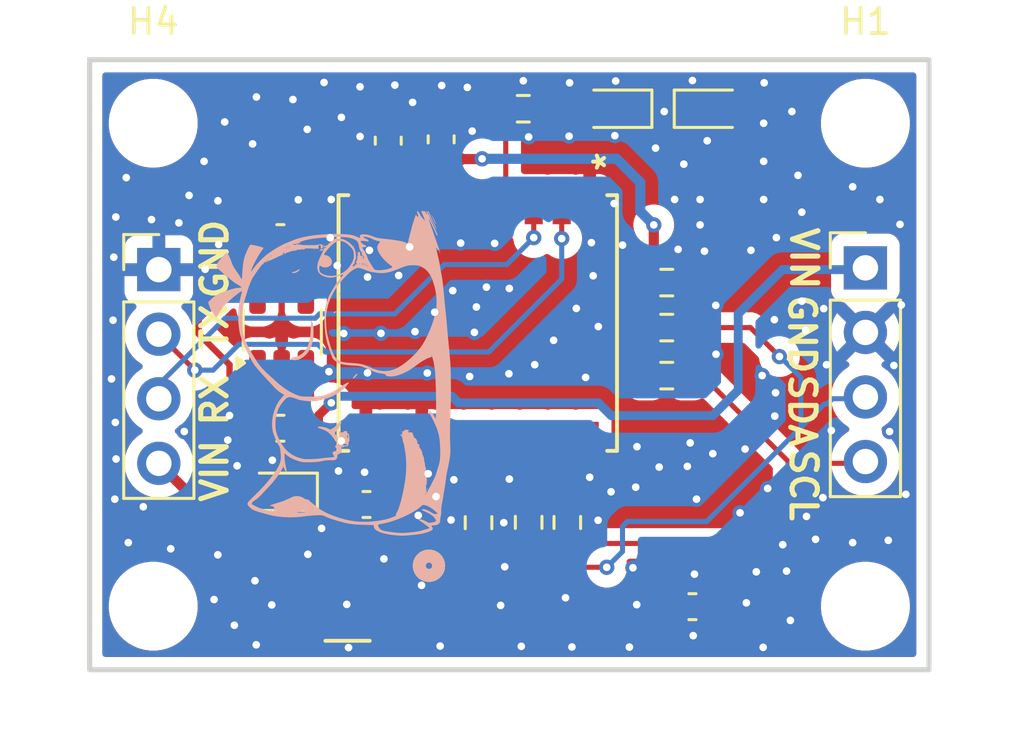
<source format=kicad_pcb>
(kicad_pcb (version 20241229) (generator "pcbnew") (generator_version "9.0")
  (layers (0 "F.Cu" signal) (4 "In1.Cu" signal) (6 "In2.Cu" signal) (8 "In3.Cu" signal) (10 "In4.Cu" signal) (12 "In5.Cu" signal) (14 "In6.Cu" signal) (2 "B.Cu" signal) (13 "F.Paste" user) (15 "B.Paste" user) (5 "F.SilkS" user "F.Silkscreen") (7 "B.SilkS" user "B.Silkscreen") (1 "F.Mask" user) (3 "B.Mask" user) (25 "Edge.Cuts" user))
  (net 0 "")
  (net 1 "Net-(C1-Pad2)")
  (net 2 "GND")
  (net 3 "+3V3")
  (net 4 "Net-(D2-A)")
  (net 5 "Net-(D3-A)")
  (net 6 "Net-(J1-SIGNAL)")
  (net 7 "RX")
  (net 8 "TX")
  (net 9 "SDA")
  (net 10 "SCL")
  (net 11 "Net-(U1-SCL)")
  (net 12 "Net-(U1-VCC_RF)")
  (net 13 "Net-(U1-SDA)")
  (net 14 "TPS")
  (net 21 "Net-(U1-RF_IN)")
  (net 22 "V_IN")
  (footprint "LED_SMD:LED_0603_1608Metric" (layer "F.Cu") (at 120.62 101.93 180)
    (property "Reference" "D2" (hide yes))
    (property "Value" "LED")
    (pad "1" smd roundrect (at -0.7875 0 180) (size 0.875 0.95) (layers "F.Cu" "F.Mask" "F.Paste") (net 2 "GND"))
    (pad "2" smd roundrect (at 0.7875 0 180) (size 0.875 0.95) (layers "F.Cu" "F.Mask" "F.Paste") (net 4 "Net-(D2-A)"))
  )
  (footprint "Inductor_SMD:L_0402_1005Metric" (layer "F.Cu") (at 114.55 121.54 180)
    (property "Reference" "LQG15HS4N1" (hide yes))
    (property "Value" "4.3nH")
    (pad "1" smd roundrect (at -0.485 0 180) (size 0.59 0.64) (layers "F.Cu" "F.Mask" "F.Paste") (net 1 "Net-(C1-Pad2)"))
    (pad "2" smd roundrect (at 0.485 0 180) (size 0.59 0.64) (layers "F.Cu" "F.Mask" "F.Paste") (net 6 "Net-(J1-SIGNAL)"))
  )
  (footprint "Capacitor_SMD:C_0603_1608Metric" (layer "F.Cu") (at 123.7 121.52 180)
    (property "Reference" "C1")
    (property "Value" "10nF")
    (pad "1" smd roundrect (at -0.775 0 180) (size 0.9 0.95) (layers "F.Cu" "F.Mask" "F.Paste") (net 2 "GND"))
    (pad "2" smd roundrect (at 0.775 0 180) (size 0.9 0.95) (layers "F.Cu" "F.Mask" "F.Paste") (net 1 "Net-(C1-Pad2)"))
  )
  (footprint "MountingHole:MountingHole_3mm" (layer "F.Cu") (at 102.5 102.5)
    (property "Reference" "H4" (at 0 -4 0) (layer "F.SilkS"))
    (property "Value" "MountingHole")
    (pad "" np_thru_hole circle (at 0 0) (size 3 3) (drill 3) (layers "*.Cu" "*.Mask"))
  )
  (footprint "Capacitor_SMD:C_0603_1608Metric" (layer "F.Cu") (at 110.885 117.5)
    (property "Reference" "C4")
    (property "Value" "47pF")
    (pad "1" smd roundrect (at -0.775 0) (size 0.9 0.95) (layers "F.Cu" "F.Mask" "F.Paste") (net 6 "Net-(J1-SIGNAL)"))
    (pad "2" smd roundrect (at 0.775 0) (size 0.9 0.95) (layers "F.Cu" "F.Mask" "F.Paste") (net 21 "Net-(U1-RF_IN)"))
  )
  (footprint "Capacitor_SMD:C_0603_1608Metric" (layer "F.Cu") (at 107.5 114.5)
    (property "Reference" "C5" (hide yes))
    (property "Value" "1μF")
    (pad "1" smd roundrect (at -0.775 0) (size 0.9 0.95) (layers "F.Cu" "F.Mask" "F.Paste") (net 2 "GND"))
    (pad "2" smd roundrect (at 0.775 0) (size 0.9 0.95) (layers "F.Cu" "F.Mask" "F.Paste") (net 22 "V_IN"))
  )
  (footprint "LED_SMD:LED_0603_1608Metric" (layer "F.Cu") (at 124.47 101.93)
    (property "Reference" "D3" (hide yes))
    (property "Value" "LED")
    (pad "1" smd roundrect (at -0.7875 0) (size 0.875 0.95) (layers "F.Cu" "F.Mask" "F.Paste") (net 2 "GND"))
    (pad "2" smd roundrect (at 0.7875 0) (size 0.875 0.95) (layers "F.Cu" "F.Mask" "F.Paste") (net 5 "Net-(D3-A)"))
  )
  (footprint "Resistor_SMD:R_0603_1608Metric" (layer "F.Cu") (at 122.69 112.43)
    (property "Reference" "R5")
    (property "Value" "2.2k")
    (pad "1" smd roundrect (at -0.825 0) (size 0.8 0.95) (layers "F.Cu" "F.Mask" "F.Paste") (net 3 "+3V3"))
    (pad "2" smd roundrect (at 0.825 0) (size 0.8 0.95) (layers "F.Cu" "F.Mask" "F.Paste") (net 10 "SCL"))
  )
  (footprint "MountingHole:MountingHole_3mm" (layer "F.Cu") (at 130.5 121.5)
    (property "Reference" "H2" (hide yes))
    (property "Value" "MountingHole")
    (pad "" np_thru_hole circle (at 0 0) (size 3 3) (drill 3) (layers "*.Cu" "*.Mask"))
  )
  (footprint "Resistor_SMD:R_0603_1608Metric" (layer "F.Cu") (at 122.69 110.54)
    (property "Reference" "R10")
    (property "Value" "2.2k")
    (pad "1" smd roundrect (at -0.825 0) (size 0.8 0.95) (layers "F.Cu" "F.Mask" "F.Paste") (net 3 "+3V3"))
    (pad "2" smd roundrect (at 0.825 0) (size 0.8 0.95) (layers "F.Cu" "F.Mask" "F.Paste") (net 9 "SDA"))
  )
  (footprint "Resistor_SMD:R_0603_1608Metric" (layer "F.Cu") (at 115.29 118.215 -90)
    (property "Reference" "R3")
    (property "Value" "10")
    (pad "1" smd roundrect (at -0.825 0 270) (size 0.8 0.95) (layers "F.Cu" "F.Mask" "F.Paste") (net 12 "Net-(U1-VCC_RF)"))
    (pad "2" smd roundrect (at 0.825 0 270) (size 0.8 0.95) (layers "F.Cu" "F.Mask" "F.Paste") (net 1 "Net-(C1-Pad2)"))
  )
  (footprint "Resistor_SMD:R_0603_1608Metric" (layer "F.Cu") (at 117.26 118.2028 90)
    (property "Reference" "R4")
    (property "Value" "33")
    (pad "1" smd roundrect (at -0.825 0 90) (size 0.8 0.95) (layers "F.Cu" "F.Mask" "F.Paste") (net 9 "SDA"))
    (pad "2" smd roundrect (at 0.825 0 90) (size 0.8 0.95) (layers "F.Cu" "F.Mask" "F.Paste") (net 13 "Net-(U1-SDA)"))
  )
  (footprint "MountingHole:MountingHole_3mm" (layer "F.Cu") (at 102.5 121.5)
    (property "Reference" "H3" (hide yes))
    (property "Value" "MountingHole")
    (pad "" np_thru_hole circle (at 0 0) (size 3 3) (drill 3) (layers "*.Cu" "*.Mask"))
  )
  (footprint "Connector_PinHeader_2.54mm:PinHeader_1x04_P2.54mm_Vertical" (layer "F.Cu") (at 102.72 108.26)
    (property "Reference" "J2")
    (property "Value" "Conn_01x04_Pin")
    (pad "1" thru_hole rect (at 0 0) (size 1.7 1.7) (drill 1) (layers "*.Cu" "*.Mask") (net 2 "GND"))
    (pad "2" thru_hole circle (at 0 2.54) (size 1.7 1.7) (drill 1) (layers "*.Cu" "*.Mask") (net 8 "TX"))
    (pad "3" thru_hole circle (at 0 5.08) (size 1.7 1.7) (drill 1) (layers "*.Cu" "*.Mask") (net 7 "RX"))
    (pad "4" thru_hole circle (at 0 7.62) (size 1.7 1.7) (drill 1) (layers "*.Cu" "*.Mask") (net 22 "V_IN"))
  )
  (footprint "Resistor_SMD:R_0603_1608Metric" (layer "F.Cu") (at 118.78 118.2078 90)
    (property "Reference" "R2")
    (property "Value" "33")
    (pad "1" smd roundrect (at -0.825 0 90) (size 0.8 0.95) (layers "F.Cu" "F.Mask" "F.Paste") (net 10 "SCL"))
    (pad "2" smd roundrect (at 0.825 0 90) (size 0.8 0.95) (layers "F.Cu" "F.Mask" "F.Paste") (net 11 "Net-(U1-SCL)"))
  )
  (footprint "Resistor_SMD:R_0603_1608Metric" (layer "F.Cu") (at 117.05 101.93)
    (property "Reference" "R8")
    (property "Value" "1k")
    (pad "1" smd roundrect (at -0.825 0) (size 0.8 0.95) (layers "F.Cu" "F.Mask" "F.Paste") (net 14 "TPS"))
    (pad "2" smd roundrect (at 0.825 0) (size 0.8 0.95) (layers "F.Cu" "F.Mask" "F.Paste") (net 4 "Net-(D2-A)"))
  )
  (footprint "Connector_PinHeader_2.54mm:PinHeader_1x04_P2.54mm_Vertical" (layer "F.Cu") (at 130.5 108.19)
    (property "Reference" "J3")
    (property "Value" "Conn_01x04_Pin")
    (pad "1" thru_hole rect (at 0 0) (size 1.7 1.7) (drill 1) (layers "*.Cu" "*.Mask") (net 22 "V_IN"))
    (pad "2" thru_hole circle (at 0 2.54) (size 1.7 1.7) (drill 1) (layers "*.Cu" "*.Mask") (net 2 "GND"))
    (pad "3" thru_hole circle (at 0 5.08) (size 1.7 1.7) (drill 1) (layers "*.Cu" "*.Mask") (net 9 "SDA"))
    (pad "4" thru_hole circle (at 0 7.62) (size 1.7 1.7) (drill 1) (layers "*.Cu" "*.Mask") (net 10 "SCL"))
  )
  (footprint "footprints:SMT_M10S-0_UBL" (layer "F.Cu") (at 115.26 110.36 90)
    (property "Reference" "U1")
    (property "Value" "MAX-M10S-0")
    (fp_text user "*" (at 6.35 5.08 90) (layer "F.SilkS"))
    (fp_text user "*" (at 6.35 5.08 90) (layer "F.SilkS"))
    (pad "1" smd rect (at 4.6228 4.400001 90) (size 1.4732 0.7112) (layers "F.Cu" "F.Mask" "F.Paste") (net 2 "GND"))
    (pad "2" smd rect (at 4.6228 3.300001 90) (size 1.4732 0.7112) (layers "F.Cu" "F.Mask" "F.Paste") (net 8 "TX"))
    (pad "3" smd rect (at 4.6228 2.200001 90) (size 1.4732 0.7112) (layers "F.Cu" "F.Mask" "F.Paste") (net 7 "RX"))
    (pad "4" smd rect (at 4.6228 1.1 90) (size 1.4732 0.7112) (layers "F.Cu" "F.Mask" "F.Paste") (net 14 "TPS"))
    (pad "5" smd rect (at 4.6228 0 90) (size 1.4732 0.7112) (layers "F.Cu" "F.Mask" "F.Paste"))
    (pad "6" smd rect (at 4.6228 -1.1 90) (size 1.4732 0.7112) (layers "F.Cu" "F.Mask" "F.Paste"))
    (pad "7" smd rect (at 4.6228 -2.200001 90) (size 1.4732 0.7112) (layers "F.Cu" "F.Mask" "F.Paste") (net 3 "+3V3"))
    (pad "8" smd rect (at 4.6228 -3.299998 90) (size 1.4732 0.7112) (layers "F.Cu" "F.Mask" "F.Paste") (net 3 "+3V3"))
    (pad "9" smd rect (at 4.6228 -4.399999 90) (size 1.4732 0.7112) (layers "F.Cu" "F.Mask" "F.Paste"))
    (pad "10" smd rect (at -4.6228 -4.400001 90) (size 1.4732 0.7112) (layers "F.Cu" "F.Mask" "F.Paste") (net 2 "GND"))
    (pad "11" smd rect (at -4.6228 -3.300001 90) (size 1.4732 0.7112) (layers "F.Cu" "F.Mask" "F.Paste") (net 21 "Net-(U1-RF_IN)"))
    (pad "12" smd rect (at -4.6228 -2.200001 90) (size 1.4732 0.7112) (layers "F.Cu" "F.Mask" "F.Paste") (net 2 "GND"))
    (pad "13" smd rect (at -4.6228 -1.1 90) (size 1.4732 0.7112) (layers "F.Cu" "F.Mask" "F.Paste"))
    (pad "14" smd rect (at -4.6228 0 90) (size 1.4732 0.7112) (layers "F.Cu" "F.Mask" "F.Paste") (net 12 "Net-(U1-VCC_RF)"))
    (pad "15" smd rect (at -4.6228 1.1 90) (size 1.4732 0.7112) (layers "F.Cu" "F.Mask" "F.Paste"))
    (pad "16" smd rect (at -4.6228 2.200001 90) (size 1.4732 0.7112) (layers "F.Cu" "F.Mask" "F.Paste") (net 13 "Net-(U1-SDA)"))
    (pad "17" smd rect (at -4.6228 3.299998 90) (size 1.4732 0.7112) (layers "F.Cu" "F.Mask" "F.Paste") (net 11 "Net-(U1-SCL)"))
    (pad "18" smd rect (at -4.6228 4.399999 90) (size 1.4732 0.7112) (layers "F.Cu" "F.Mask" "F.Paste"))
  )
  (footprint "Resistor_SMD:R_0603_1608Metric" (layer "F.Cu") (at 122.69 108.77)
    (property "Reference" "R9")
    (property "Value" "1k")
    (pad "1" smd roundrect (at -0.825 0) (size 0.8 0.95) (layers "F.Cu" "F.Mask" "F.Paste") (net 3 "+3V3"))
    (pad "2" smd roundrect (at 0.825 0) (size 0.8 0.95) (layers "F.Cu" "F.Mask" "F.Paste") (net 5 "Net-(D3-A)"))
  )
  (footprint "Package_TO_SOT_SMD:TSOT-23-5_HandSoldering" (layer "F.Cu") (at 107.55 110.71 90)
    (property "Reference" "U4" (hide yes))
    (property "Value" "NCV8114BSN150T1G")
    (pad "1" smd roundrect (at -1.71 -0.95 90) (size 2 0.65) (layers "F.Cu" "F.Mask" "F.Paste") (net 22 "V_IN"))
    (pad "2" smd roundrect (at -1.71 0 90) (size 2 0.65) (layers "F.Cu" "F.Mask" "F.Paste") (net 2 "GND"))
    (pad "3" smd roundrect (at -1.71 0.95 90) (size 2 0.65) (layers "F.Cu" "F.Mask" "F.Paste") (net 22 "V_IN"))
    (pad "4" smd roundrect (at 1.71 0.95 90) (size 2 0.65) (layers "F.Cu" "F.Mask" "F.Paste"))
    (pad "5" smd roundrect (at 1.71 -0.95 90) (size 2 0.65) (layers "F.Cu" "F.Mask" "F.Paste") (net 3 "+3V3"))
  )
  (footprint "U_FL_R_SMT_1_01_:COAX2_U.FL-R-SMT-101_HIR" (layer "F.Cu") (at 110.14 121.439601 180)
    (property "Reference" "J1" (hide yes))
    (property "Value" "U.FL-R-SMT-101")
    (pad "1" smd rect (at 0 1.529601 180) (size 0.9906 1.0414) (layers "F.Cu" "F.Mask" "F.Paste") (net 6 "Net-(J1-SIGNAL)"))
    (pad "2" smd rect (at -1.475001 0.0046 180) (size 1.0414 2.2098) (layers "F.Cu" "F.Mask" "F.Paste") (net 2 "GND"))
    (pad "3" smd rect (at 1.475001 0.0046 180) (size 1.0414 2.2098) (layers "F.Cu" "F.Mask" "F.Paste") (net 2 "GND"))
  )
  (footprint "Capacitor_SMD:C_0603_1608Metric" (layer "F.Cu") (at 111.74 103.1878 -90)
    (property "Reference" "C2" (hide yes))
    (property "Value" "0.1μF")
    (pad "1" smd roundrect (at -0.775 0 270) (size 0.9 0.95) (layers "F.Cu" "F.Mask" "F.Paste") (net 2 "GND"))
    (pad "2" smd roundrect (at 0.775 0 270) (size 0.9 0.95) (layers "F.Cu" "F.Mask" "F.Paste") (net 3 "+3V3"))
  )
  (footprint "Capacitor_SMD:C_0603_1608Metric" (layer "F.Cu") (at 113.82 103.135 -90)
    (property "Reference" "C3" (hide yes))
    (property "Value" "0.1μF")
    (pad "1" smd roundrect (at -0.775 0 270) (size 0.9 0.95) (layers "F.Cu" "F.Mask" "F.Paste") (net 2 "GND"))
    (pad "2" smd roundrect (at 0.775 0 270) (size 0.9 0.95) (layers "F.Cu" "F.Mask" "F.Paste") (net 3 "+3V3"))
  )
  (footprint "Diode_SMD:D_0603_1608Metric" (layer "F.Cu") (at 107.469547 117 180)
    (property "Reference" "D4")
    (property "Value" "cgrm-400-g")
    (pad "1" smd roundrect (at -0.7875 0 180) (size 0.875 0.95) (layers "F.Cu" "F.Mask" "F.Paste") (net 22 "V_IN"))
    (pad "2" smd roundrect (at 0.7875 0 180) (size 0.875 0.95) (layers "F.Cu" "F.Mask" "F.Paste") (net 3 "+3V3"))
  )
  (footprint "Capacitor_SMD:C_0603_1608Metric" (layer "F.Cu") (at 107.5 107 180)
    (property "Reference" "C6" (hide yes))
    (property "Value" "1μF")
    (pad "1" smd roundrect (at -0.775 0 180) (size 0.9 0.95) (layers "F.Cu" "F.Mask" "F.Paste") (net 2 "GND"))
    (pad "2" smd roundrect (at 0.775 0 180) (size 0.9 0.95) (layers "F.Cu" "F.Mask" "F.Paste") (net 3 "+3V3"))
  )
  (footprint "MountingHole:MountingHole_3mm" (layer "F.Cu") (at 130.5 102.5)
    (property "Reference" "H1" (at 0 -4 0) (layer "F.SilkS"))
    (property "Value" "MountingHole")
    (pad "" np_thru_hole circle (at 0 0) (size 3 3) (drill 3) (layers "*.Cu" "*.Mask"))
  )
  (footprint "kodakku_pic:kodakku_ura" (layer "B.Cu") (at 109 112.5 -90)
    (property "Reference" "G***" (hide yes))
    (property "Value" "LOGO" (hide yes))
  )
  (gr_rect (start 100 100) (end 133 124) (stroke (width 0.2)) (fill no) (layer "Edge.Cuts"))
  (gr_text "SCL" (at 127.48 115.23 270) (layer "F.SilkS") (effects (font (size 1 1) (thickness 0.2) (bold yes)) (justify left bottom)))
  (gr_text "SDA" (at 127.43 112.28 270) (layer "F.SilkS") (effects (font (size 1 1) (thickness 0.2) (bold yes)) (justify left bottom)))
  (gr_text "GND" (at 105.5 109.5 90) (layer "F.SilkS") (effects (font (size 1 1) (thickness 0.2) (bold yes)) (justify left bottom)))
  (gr_text "GND" (at 127.42 109.14 -90) (layer "F.SilkS") (effects (font (size 1 1) (thickness 0.2) (bold yes)) (justify left bottom)))
  (gr_text "RX\n" (at 105.5 114.5 90) (layer "F.SilkS") (effects (font (size 1 1) (thickness 0.2) (bold yes)) (justify left bottom)))
  (gr_text "VIN" (at 105.5 117.5 90) (layer "F.SilkS") (effects (font (size 1 1) (thickness 0.2) (bold yes)) (justify left bottom)))
  (gr_text "TX" (at 105.5 111.5 90) (layer "F.SilkS") (effects (font (size 1 1) (thickness 0.2) (bold yes)) (justify left bottom)))
  (gr_text "VIN" (at 127.5 106.5 270) (layer "F.SilkS") (effects (font (size 1 1) (thickness 0.2) (bold yes)) (justify left bottom)))
  (segment (start 115.035 121.54) (end 115.635 122.14) (width 0.2) (layer "F.Cu") (net 1))
  (segment (start 115.635 122.14) (end 122.52 122.14) (width 0.2) (layer "F.Cu") (net 1))
  (segment (start 115.03 119.3) (end 115.03 121.535) (width 0.2) (layer "F.Cu") (net 1))
  (segment (start 122.52 122.14) (end 122.925 121.735) (width 0.2) (layer "F.Cu") (net 1))
  (segment (start 115.03 121.535) (end 115.035 121.54) (width 0.2) (layer "F.Cu") (net 1))
  (segment (start 122.925 121.735) (end 122.925 121.52) (width 0.2) (layer "F.Cu") (net 1))
  (segment (start 115.29 119.04) (end 115.03 119.3) (width 0.2) (layer "F.Cu") (net 1))
  (segment (start 107.5 111.5) (end 107.5 111) (width 0.2) (layer "F.Cu") (net 2))
  (segment (start 108.275 107.225) (end 107.5 108) (width 0.2) (layer "F.Cu") (net 2))
  (segment (start 107.55 112.42) (end 107.55 111.55) (width 0.2) (layer "F.Cu") (net 2))
  (segment (start 107.55 111.55) (end 107.5 111.5) (width 0.2) (layer "F.Cu") (net 2))
  (segment (start 108.275 107) (end 108.275 107.225) (width 0.2) (layer "F.Cu") (net 2))
  (via (at 106.5 120.5) (size 0.6) (drill 0.3) (layers "F.Cu" "B.Cu") (net 2))
  (via (at 123.5 116) (size 0.6) (drill 0.3) (layers "F.Cu" "B.Cu") (net 2))
  (via (at 123.78 120.24) (size 0.6) (drill 0.3) (layers "F.Cu" "B.Cu") (net 2))
  (via (at 112.791815 110.69842) (size 0.6) (drill 0.3) (layers "F.Cu" "B.Cu") (net 2))
  (via (at 126.21 120.15) (size 0.6) (drill 0.3) (layers "F.Cu" "B.Cu") (net 2))
  (via (at 119.797173 108.502057) (size 0.6) (drill 0.3) (layers "F.Cu" "B.Cu") (net 2))
  (via (at 116.97 123.08) (size 0.6) (drill 0.3) (layers "F.Cu" "B.Cu") (net 2))
  (via (at 131.45 114.63) (size 0.6) (drill 0.3) (layers "F.Cu" "B.Cu") (net 2))
  (via (at 109.409542 112.273274) (size 0.6) (drill 0.3) (layers "F.Cu" "B.Cu") (net 2))
  (via (at 132.09 117.1) (size 0.6) (drill 0.3) (layers "F.Cu" "B.Cu") (net 2))
  (via (at 100.92 110.25) (size 0.6) (drill 0.3) (layers "F.Cu" "B.Cu") (net 2))
  (via (at 103.91 105.34) (size 0.5) (drill 0.3) (layers "F.Cu" "B.Cu") (net 2))
  (via (at 105.31 102.45) (size 0.5) (drill 0.3) (layers "F.Cu" "B.Cu") (net 2))
  (via (at 127 107) (size 0.6) (drill 0.3) (layers "F.Cu" "B.Cu") (net 2))
  (via (at 109.899012 102.2701) (size 0.6) (drill 0.3) (layers "F.Cu" "B.Cu") (net 2))
  (via (at 121.518921 115.226304) (size 0.6) (drill 0.3) (layers "F.Cu" "B.Cu") (net 2))
  (via (at 120.68 100.84) (size 0.6) (drill 0.3) (layers "F.Cu" "B.Cu") (net 2))
  (via (at 126.5 104) (size 0.6) (drill 0.3) (layers "F.Cu" "B.Cu") (net 2))
  (via (at 117.26 103.04) (size 0.6) (drill 0.3) (layers "F.Cu" "B.Cu") (net 2))
  (via (at 110.81 116.23) (size 0.6) (drill 0.3) (layers "F.Cu" "B.Cu") (net 2))
  (via (at 120.65 102.99) (size 0.6) (drill 0.3) (layers "F.Cu" "B.Cu") (net 2))
  (via (at 117.05 100.83) (size 0.6) (drill 0.3) (layers "F.Cu" "B.Cu") (net 2))
  (via (at 128.155343 110.651537) (size 0.6) (drill 0.3) (layers "F.Cu" "B.Cu") (net 2))
  (via (at 116.484102 112.355746) (size 0.6) (drill 0.3) (layers "F.Cu" "B.Cu") (net 2))
  (via (at 123.86 117.29) (size 0.6) (drill 0.3) (layers "F.Cu" "B.Cu") (net 2))
  (via (at 116.5 109) (size 0.6) (drill 0.3) (layers "F.Cu" "B.Cu") (net 2))
  (via (at 109.12 118.44) (size 0.6) (drill 0.3) (layers "F.Cu" "B.Cu") (net 2))
  (via (at 116.282393 118.214634) (size 0.6) (drill 0.3) (layers "F.Cu" "B.Cu") (net 2))
  (via (at 126.936408 114.022418) (size 0.6) (drill 0.3) (layers "F.Cu" "B.Cu") (net 2))
  (via (at 124.626423 111.586895) (size 0.6) (drill 0.3) (layers "F.Cu" "B.Cu") (net 2))
  (via (at 104.89279 121.240255) (size 0.6) (drill 0.3) (layers "F.Cu" "B.Cu") (net 2))
  (via (at 115.922365 107.22658) (size 0.6) (drill 0.3) (layers "F.Cu" "B.Cu") (net 2))
  (via (at 113.78 123.07) (size 0.6) (drill 0.3) (layers "F.Cu" "B.Cu") (net 2))
  (via (at 115.12653 110.727282) (size 0.6) (drill 0.3) (layers "F.Cu" "B.Cu") (net 2))
  (via (at 124.5 115.5) (size 0.6) (drill 0.3) (layers "F.Cu" "B.Cu") (net 2))
  (via (at 122.25 103.48) (size 0.6) (drill 0.3) (layers "F.Cu" "B.Cu") (net 2))
  (via (at 126.658109 116.867561) (size 0.6) (drill 0.3) (layers "F.Cu" "B.Cu") (net 2))
  (via (at 101.44 104.64) (size 0.5) (drill 0.3) (layers "F.Cu" "B.Cu") (net 2))
  (via (at 118.87 100.91) (size 0.6) (drill 0.3) (layers "F.Cu" "B.Cu") (net 2))
  (via (at 111.57 119.64) (size 0.6) (drill 0.3) (layers "F.Cu" "B.Cu") (net 2))
  (via (at 121.36 119.99) (size 0.6) (drill 0.3) (layers "F.Cu" "B.Cu") (net 2))
  (via (at 115.600859 108.948549) (size 0.6) (drill 0.3) (layers "F.Cu" "B.Cu") (net 2))
  (via (at 124.616541 109.665982) (size 0.6) (drill 0.3) (layers "F.Cu" "B.Cu") (net 2))
  (via (at 120 110.5) (size 0.6) (drill 0.3) (layers "F.Cu" "B.Cu") (net 2))
  (via (at 113.841739 101.016052) (size 0.6) (drill 0.3) (layers "F.Cu" "B.Cu") (net 2))
  (via (at 104.5 104) (size 0.6) (drill 0.3) (layers "F.Cu" "B.Cu") (net 2))
  (via (at 112.581581 107.367033) (size 0.6) (drill 0.3) (layers "F.Cu" "B.Cu") (net 2))
  (via (at 127.85 104.55) (size 0.5) (drill 0.3) (layers "F.Cu" "B.Cu") (net 2))
  (via (at 111.453739 110.765763) (size 0.6) (drill 0.3) (layers "F.Cu" "B.Cu") (net 2))
  (via (at 116.32 119.95) (size 0.6) (drill 0.3) (layers "F.Cu" "B.Cu") (net 2))
  (via (at 121.22 123.11) (size 0.6) (drill 0.3) (layers "F.Cu" "B.Cu") (net 2))
  (via (at 113.619972 117.189688) (size 0.6) (drill 0.3) (layers "F.Cu" "B.Cu") (net 2))
  (via (at 104.54146 108.245005) (size 0.6) (drill 0.3) (layers "F.Cu" "B.Cu") (net 2))
  (via (at 100.86 112.56) (size 0.6) (drill 0.3) (layers "F.Cu" "B.Cu") (net 2))
  (via (at 114.941499 112.464849) (size 0.6) (drill 0.3) (layers "F.Cu" "B.Cu") (net 2))
  (via (at 107.183251 115.759259) (size 0.6) (drill 0.3) (layers "F.Cu" "B.Cu") (net 2))
  (via (at 108.554673 102.741622) (size 0.6) (drill 0.3) (layers "F.Cu" "B.Cu") (net 2))
  (via (at 109.894277 115.000344) (size 0.6) (drill 0.3) (layers "F.Cu" "B.Cu") (net 2))
  (via (at 110.926238 108.550854) (size 0.6) (drill 0.3) (layers "F.Cu" "B.Cu") (net 2))
  (via (at 117.5 112) (size 0.6) (drill 0.3) (layers "F.Cu" "B.Cu") (net 2))
  (via (at 113.275012 112.328034) (size 0.6) (drill 0.3) (layers "F.Cu" "B.Cu") (net 2))
  (via (at 123.610673 115.075818) (size 0.6) (drill 0.3) (layers "F.Cu" "B.Cu") (net 2))
  (via (at 124.171894 107.535296) (size 0.6) (drill 0.3) (layers "F.Cu" "B.Cu") (net 2))
  (via (at 128.83 117.23) (size 0.6) (drill 0.3) (layers "F.Cu" "B.Cu") (net 2))
  (via (at 106.55 123.02) (size 0.6) (drill 0.3) (layers "F.Cu" "B.Cu") (net 2))
  (via (at 128 109.5) (size 0.6) (drill 0.3) (layers "F.Cu" "B.Cu") (net 2))
  (via (at 120.5 117) (size 0.6) (drill 0.3) (layers "F.Cu" "B.Cu") (net 2))
  (via (at 108.203539 105.511042) (size 0.6) (drill 0.3) (layers "F.Cu" "B.Cu") (net 2))
  (via (at 123.73 122.66) (size 0.6) (drill 0.3) (layers "F.Cu" "B.Cu") (net 2))
  (via (at 127.250161 119.080988) (size 0.6) (drill 0.3) (layers "F.Cu" "B.Cu") (net 2))
  (via (at 110.631376 101.066214) (size 0.6) (drill 0.3) (layers "F.Cu" "B.Cu") (net 2))
  (via (at 126.439805 112.427269) (size 0.6) (drill 0.3) (layers "F.Cu" "B.Cu") (net 2))
  (via (at 115.04 102.81) (size 0.6) (drill 0.3) (layers "F.Cu" "B.Cu") (net 2))
  (via (at 119.99 118.12) (size 0.6) (drill 0.3) (layers "F.Cu" "B.Cu") (net 2))
  (via (at 130 119) (size 0.6) (drill 0.3) (layers "F.Cu" "B.Cu") (net 2))
  (via (at 126.966505 113.104455) (size 0.6) (drill 0.3) (layers "F.Cu" "B.Cu") (net 2))
  (via (at 110.631376 103.022529) (size 0.6) (drill 0.3) (layers "F.Cu" "B.Cu") (net 2))
  (via (at 128.54 118.87) (size 0.5) (drill 0.3) (layers "F.Cu" "B.Cu") (net 2))
  (via (at 113.31 116.29) (size 0.6) (drill 0.3) (layers "F.Cu" "B.Cu") (net 2))
  (via (at 121.47 116.82) (size 0.6) (drill 0.3) (layers "F.Cu" "B.Cu") (net 2))
  (via (at 126.5 102.5) (size 0.6) (drill 0.3) (layers "F.Cu" "B.Cu") (net 2))
  (via (at 115.205585 109.729215) (size 0.6) (drill 0.3) (layers "F.Cu" "B.Cu") (net 2))
  (via (at 105.04 119.48) (size 0.5) (drill 0.3) (layers "F.Cu" "B.Cu") (net 2))
  (via (at 120.62043 105.65924) (size 0.6) (drill 0.3) (layers "F.Cu" "B.Cu") (net 2))
  (via (at 122.391738 116.029055) (size 0.6) (drill 0.3) (layers "F.Cu" "B.Cu") (net 2))
  (via (at 128.97 112) (size 0.6) (drill 0.3) (layers "F.Cu" "B.Cu") (net 2))
  (via (at 130 105) (size 0.6) (drill 0.3) (layers "F.Cu" "B.Cu") (net 2))
  (via (at 105.797954 115.975953) (size 0.6) (drill 0.3) (layers "F.Cu" "B.Cu") (net 2))
  (via (at 128 106) (size 0.6) (drill 0.3) (layers "F.Cu" "B.Cu") (net 2))
  (via (at 101.03 106.19) (size 0.6) (drill 0.3) (layers "F.Cu" "B.Cu") (net 2))
  (via (at 128.862626 109.793768) (size 0.6) (drill 0.3) (layers "F.Cu" "B.Cu") (net 2))
  (via (at 110.923132 112.321446) (size 0.6) (drill 0.3) (layers "F.Cu" "B.Cu") (net 2))
  (via (at 122.59 102.04) (size 0.6) (drill 0.3) (layers "F.Cu" "B.Cu") (net 2))
  (via (at 112 101) (size 0.6) (drill 0.3) (layers "F.Cu" "B.Cu") (net 2))
  (via (at 105.043338 105.551172) (size 0.6) (drill 0.3) (layers "F.Cu" "B.Cu") (net 2))
  (via (at 116.5 116.5) (size 0.6) (drill 0.3) (layers "F.Cu" "B.Cu") (net 2))
  (via (at 129.16 114.59) (size 0.6) (drill 0.3) (layers "F.Cu" "B.Cu") (net 2))
  (via (at 125.82 121.37) (size 0.6) (drill 0.3) (layers "F.Cu" "B.Cu") (net 2))
  (via (at 119.135035 109.786202) (size 0.6) (drill 0.3) (layers "F.Cu" "B.Cu") (net 2))
  (via (at 114.321584 116.527604) (size 0.6) (drill 0.3) (layers "F.Cu" "B.Cu") (net 2))
  (via (at 109.5 105.5) (size 0.6) (drill 0.3) (layers "F.Cu" "B.Cu") (net 2))
  (via (at 119.66 116.43) (size 0.6) (drill 0.3) (layers "F.Cu" "B.Cu") (net 2))
  (via (at 111 107.5) (size 0.6) (drill 0.3) (layers "F.Cu" "B.Cu") (net 2))
  (via (at 101.04 115.71) (size 0.6) (drill 0.3) (layers "F.Cu" "B.Cu") (net 2))
  (via (at 102.11 117.59) (size 0.5) (drill 0.3) (layers "F.Cu" "B.Cu") (net 2))
  (via (at 118.242153 111.04025) (size 0.6) (drill 0.3) (layers "F.Cu" "B.Cu") (net 2))
  (via (at 123.136304 107.46348) (size 0.6) (drill 0.3) (layers "F.Cu" "B.Cu") (net 2))
  (via (at 127.4 120.12) (size 0.5) (drill 0.3) (layers "F.Cu" "B.Cu") (net 2))
  (via (at 119.5 112.5) (size 0.6) (drill 0.3) (layers "F.Cu" "B.Cu") (net 2))
  (via (at 109.21681 100.895664) (size 0.6) (drill 0.3) (layers "F.Cu" "B.Cu") (net 2))
  (via (at 102.432223 106.290808) (size 0.6) (drill 0.3) (layers "F.Cu" "B.Cu") (net 2))
  (via (at 123 105.5) (size 0.6) (drill 0.3) (layers "F.Cu" "B.Cu") (net 2))
  (via (at 112.92 117.93) (size 0.6) (drill 0.3) (layers "F.Cu" "B.Cu") (net 2))
  (via (at 121.51 121.44) (size 0.6) (drill 0.3) (layers "F.Cu" "B.Cu") (net 2))
  (via (at 106.407742 103.31395) (size 0.6) (drill 0.3) (layers "F.Cu" "B.Cu") (net 2))
  (via (at 112.698047 101.67819) (size 0.6) (drill 0.3) (layers "F.Cu" "B.Cu") (net 2))
  (via (at 114.85 101.09) (size 0.6) (drill 0.3) (layers "F.Cu" "B.Cu") (net 2))
  (via (at 120.951499 107.294519) (size 0.6) (drill 0.3) (layers "F.Cu" "B.Cu") (net 2))
  (via (at 124.28 103.19) (size 0.6) (drill 0.3) (layers "F.Cu" "B.Cu") (net 2))
  (via (at 109.989232 110.771619) (size 0.6) (drill 0.3) (layers "F.Cu" "B.Cu") (net 2))
  (via (at 123.7 100.82) (size 0.6) (drill 0.3) (layers "F.Cu" "B.Cu") (net 2))
  (via (at 107.992859 101.567834) (size 0.6) (drill 0.3) (layers "F.Cu" "B.Cu") (net 2))
  (via (at 126.92136 110.230177) (size 0.6) (drill 0.3) (layers "F.Cu" "B.Cu") (net 2))
  (via (at 100.99 117.29) (size 0.6) (drill 0.3) (layers "F.Cu" "B.Cu") (net 2))
  (via (at 113.05 120.68) (size 0.6) (drill 0.3) (layers "F.Cu" "B.Cu") (net 2))
  (via (at 124 105.5) (size 0.6) (drill 0.3) (layers "F.Cu" "B.Cu") (net 2))
  (via (at 106.558228 101.46751) (size 0.6) (drill 0.3) (layers "F.Cu" "B.Cu") (net 2))
  (via (at 124 106.5) (size 0.6) (drill 0.3) (layers "F.Cu" "B.Cu") (net 2))
  (via (at 118.71 121.17) (size 0.6) (drill 0.3) (layers "F.Cu" "B.Cu") (net 2))
  (via (at 131.91 109.65) (size 0.6) (drill 0.3) (layers "F.Cu" "B.Cu") (net 2))
  (via (at 107.16 121.45) (size 0.6) (drill 0.3) (layers "F.Cu" "B.Cu") (net 2))
  (via (at 126.5 105.5) (size 0.6) (drill 0.3) (layers "F.Cu" "B.Cu") (net 2))
  (via (at 127.61 102.04) (size 0.5) (drill 0.3) (layers "F.Cu" "B.Cu") (net 2))
  (via (at 105.5 114) (size 0.6) (drill 0.3) (layers "F.Cu" "B.Cu") (net 2))
  (via (at 131.4 118.91) (size 0.5) (drill 0.3) (layers "F.Cu" "B.Cu") (net 2))
  (via (at 109.457587 107.005867) (size 0.6) (drill 0.3) (layers "F.Cu" "B.Cu") (net 2))
  (via (at 113.565198 109.936734) (size 0.6) (drill 0.3) (layers "F.Cu" "B.Cu") (net 2))
  (via (at 125.571106 117.826101) (size 0.6) (drill 0.3) (layers "F.Cu" "B.Cu") (net 2))
  (via (at 125.77 115.32) (size 0.6) (drill 0.3) (layers "F.Cu" "B.Cu") (net 2))
  (via (at 131.07 105.5) (size 0.5) (drill 0.3) (layers "F.Cu" "B.Cu") (net 2))
  (via (at 127.55 122.06) (size 0.5) (drill 0.3) (layers "F.Cu" "B.Cu") (net 2))
  (via (at 114.588058 107.216547) (size 0.6) (drill 0.3) (layers "F.Cu" "B.Cu") (net 2))
  (via (at 118.85 103.01) (size 0.6) (drill 0.3) (layers "F.Cu" "B.Cu") (net 2))
  (via (at 103.188498 119.242119) (size 0.6) (drill 0.3) (layers "F.Cu" "B.Cu") (net 2))
  (via (at 126.52 100.91) (size 0.6) (drill 0.3) (layers "F.Cu" "B.Cu") (net 2))
  (via (at 101.01 114.27) (size 0.6) (drill 0.3) (layers "F.Cu" "B.Cu") (net 2))
  (via (at 109.732384 108.099397) (size 0.6) (drill 0.3) (layers "F.Cu" "B.Cu") (net 2))
  (via (at 114.276691 109.086895) (size 0.6) (drill 0.3) (layers "F.Cu" "B.Cu") (net 2))
  (via (at 119.726946 107.197847) (size 0.6) (drill 0.3) (layers "F.Cu" "B.Cu") (net 2))
  (via (at 105.430348 114.966002) (size 0.6) (drill 0.3) (layers "F.Cu" "B.Cu") (net 2))
  (via (at 116.16 121.47) (size 0.6) (drill 0.3) (layers "F.Cu" "B.Cu") (net 2))
  (via (at 100.95 107.77) (size 0.6) (drill 0.3) (layers "F.Cu" "B.Cu") (net 2))
  (via (at 126 107.5) (size 0.6) (drill 0.3) (layers "F.Cu" "B.Cu") (net 2))
  (via (at 131.62 112.03) (size 0.6) (drill 0.3) (layers "F.Cu" "B.Cu") (net 2))
  (via (at 108.58 119.46) (size 0.6) (drill 0.3) (layers "F.Cu" "B.Cu") (net 2))
  (via (at 105.69 122.25) (size 0.5) (drill 0.3) (layers "F.Cu" "B.Cu") (net 2))
  (via (at 128.183996 117.96928) (size 0.6) (drill 0.3) (layers "F.Cu" "B.Cu") (net 2))
  (via (at 114.21 118.11) (size 0.6) (drill 0.3) (layers "F.Cu" "B.Cu") (net 2))
  (via (at 123.36 104.11) (size 0.6) (drill 0.3) (layers "F.Cu" "B.Cu") (net 2))
  (via (at 110.11 121.43) (size 0.6) (drill 0.3) (layers "F.Cu" "B.Cu") (net 2))
  (via (at 110.18 123.13) (size 0.6) (drill 0.3) (layers "F.Cu" "B.Cu") (net 2))
  (via (at 112.150189 108.49066) (size 0.6) (drill 0.3) (layers "F.Cu" "B.Cu") (net 2))
  (via (at 103.720564 114.628523) (size 0.6) (drill 0.3) (layers "F.Cu" "B.Cu") (net 2))
  (via (at 105.073435 107.266709) (size 0.6) (drill 0.3) (layers "F.Cu" "B.Cu") (net 2))
  (via (at 126.48 123.12) (size 0.6) (drill 0.3) (layers "F.Cu" "B.Cu") (net 2))
  (via (at 131.86 106.48) (size 0.6) (drill 0.3) (layers "F.Cu" "B.Cu") (net 2))
  (via (at 103.51 106.42) (size 0.5) (drill 0.3) (layers "F.Cu" "B.Cu") (net 2))
  (via (at 101.52 119) (size 0.5) (drill 0.3) (layers "F.Cu" "B.Cu") (net 2))
  (via (at 118.961044 123.105321) (size 0.6) (drill 0.3) (layers "F.Cu" "B.Cu") (net 2))
  (via (at 109.784827 116.180346) (size 0.6) (drill 0.3) (layers "F.Cu" "B.Cu") (net 2))
  (segment (start 106.6 107.125) (end 106.725 107) (width 0.4) (layer "F.Cu") (net 3))
  (segment (start 122.18 108.455) (end 121.865 108.77) (width 0.4) (layer "F.Cu") (net 3))
  (segment (start 104.287175 110.787175) (end 105.5 112) (width 0.25) (layer "F.Cu") (net 3))
  (segment (start 106.6 109) (end 106.6 107.125) (width 0.4) (layer "F.Cu") (net 3))
  (segment (start 105.5 112) (end 105.5 113) (width 0.25) (layer "F.Cu") (net 3))
  (segment (start 104.5 116) (end 105.5 117) (width 0.25) (layer "F.Cu") (net 3))
  (segment (start 105.5 117) (end 106.682047 117) (width 0.25) (layer "F.Cu") (net 3))
  (segment (start 106.6 109) (end 105.5 109) (width 0.25) (layer "F.Cu") (net 3))
  (segment (start 113.82 103.91) (end 113.64 103.91) (width 0.4) (layer "F.Cu") (net 3))
  (segment (start 104.287175 110.212825) (end 104.287175 110.787175) (width 0.25) (layer "F.Cu") (net 3))
  (segment (start 113.64 103.91) (end 113.059999 104.490001) (width 0.4) (layer "F.Cu") (net 3))
  (segment (start 122.18 106.5) (end 122.18 108.455) (width 0.4) (layer "F.Cu") (net 3))
  (segment (start 113.7672 103.9628) (end 113.82 103.91) (width 0.4) (layer "F.Cu") (net 3))
  (segment (start 111.74 103.9628) (end 113.7672 103.9628) (width 0.4) (layer "F.Cu") (net 3))
  (segment (start 105.5 109) (end 104.287175 110.212825) (width 0.25) (layer "F.Cu") (net 3))
  (segment (start 113.82 103.91) (end 115.42 103.91) (width 0.4) (layer "F.Cu") (net 3))
  (segment (start 111.74 103.9628) (end 111.960002 104.182802) (width 0.4) (layer "F.Cu") (net 3))
  (segment (start 104.5 114) (end 104.5 116) (width 0.25) (layer "F.Cu") (net 3))
  (segment (start 115.42 103.91) (end 115.43 103.9) (width 0.4) (layer "F.Cu") (net 3))
  (segment (start 121.865 108.77) (end 121.865 112.43) (width 0.4) (layer "F.Cu") (net 3))
  (segment (start 108.38992 103.9628) (end 111.74 103.9628) (width 0.4) (layer "F.Cu") (net 3))
  (segment (start 106.725 105.62772) (end 108.38992 103.9628) (width 0.4) (layer "F.Cu") (net 3))
  (segment (start 113.059999 104.490001) (end 113.059999 105.7372) (width 0.4) (layer "F.Cu") (net 3))
  (segment (start 106.725 107) (end 106.725 105.62772) (width 0.4) (layer "F.Cu") (net 3))
  (segment (start 111.960002 104.182802) (end 111.960002 105.7372) (width 0.4) (layer "F.Cu") (net 3))
  (segment (start 105.5 113) (end 104.5 114) (width 0.25) (layer "F.Cu") (net 3))
  (via (at 122.18 106.5) (size 0.6) (drill 0.3) (layers "F.Cu" "B.Cu") (net 3))
  (via (at 115.43 103.9) (size 0.6) (drill 0.3) (layers "F.Cu" "B.Cu") (net 3))
  (segment (start 121.65 105.97) (end 121.65 104.83) (width 0.4) (layer "B.Cu") (net 3))
  (segment (start 120.72 103.9) (end 115.43 103.9) (width 0.4) (layer "B.Cu") (net 3))
  (segment (start 121.65 104.83) (end 120.72 103.9) (width 0.4) (layer "B.Cu") (net 3))
  (segment (start 122.18 106.5) (end 121.65 105.97) (width 0.4) (layer "B.Cu") (net 3))
  (segment (start 117.875 101.93) (end 119.8325 101.93) (width 0.2) (layer "F.Cu") (net 4))
  (segment (start 125.2675 108.3425) (end 125.2675 101.94) (width 0.2) (layer "F.Cu") (net 5))
  (segment (start 124.84 108.77) (end 125.2675 108.3425) (width 0.2) (layer "F.Cu") (net 5))
  (segment (start 125.2675 101.94) (end 125.2575 101.93) (width 0.2) (layer "F.Cu") (net 5))
  (segment (start 123.515 108.77) (end 124.84 108.77) (width 0.2) (layer "F.Cu") (net 5))
  (segment (start 110.48 118.8) (end 113.77 118.8) (width 0.2) (layer "F.Cu") (net 6))
  (segment (start 114.3 119.33) (end 114.3 121.305) (width 0.2) (layer "F.Cu") (net 6))
  (segment (start 110.115 118.435) (end 110.48 118.8) (width 0.2) (layer "F.Cu") (net 6))
  (segment (start 114.3 121.305) (end 114.065 121.54) (width 0.2) (layer "F.Cu") (net 6))
  (segment (start 110.14 117.53) (end 110.11 117.5) (width 0.5) (layer "F.Cu") (net 6))
  (segment (start 113.77 118.8) (end 114.3 119.33) (width 0.2) (layer "F.Cu") (net 6))
  (segment (start 110.115 119.885) (end 110.14 119.91) (width 0.2) (layer "F.Cu") (net 6))
  (segment (start 110.14 119.91) (end 110.14 117.53) (width 0.6) (layer "F.Cu") (net 6))
  (segment (start 117.460001 107) (end 117.460001 105.7372) (width 0.2) (layer "F.Cu") (net 7))
  (via (at 117.460001 107) (size 0.6) (drill 0.3) (layers "F.Cu" "B.Cu") (net 7))
  (segment (start 102.81 113.43) (end 102.72 113.34) (width 0.2) (layer "B.Cu") (net 7))
  (segment (start 105.330189 110.169811) (end 102.72 112.78) (width 0.2) (layer "B.Cu") (net 7))
  (segment (start 112 110) (end 109.042023 110) (width 0.2) (layer "B.Cu") (net 7))
  (segment (start 108.872212 110.169811) (end 105.330189 110.169811) (width 0.2) (layer "B.Cu") (net 7))
  (segment (start 116.400001 108.06) (end 113.94 108.06) (width 0.2) (layer "B.Cu") (net 7))
  (segment (start 109.042023 110) (end 108.872212 110.169811) (width 0.2) (layer "B.Cu") (net 7))
  (segment (start 113.94 108.06) (end 112 110) (width 0.2) (layer "B.Cu") (net 7))
  (segment (start 117.460001 107) (end 116.400001 108.06) (width 0.2) (layer "B.Cu") (net 7))
  (segment (start 102.72 112.78) (end 102.72 113.34) (width 0.2) (layer "B.Cu") (net 7))
  (segment (start 104.134265 112.214265) (end 102.72 110.8) (width 0.2) (layer "F.Cu") (net 8))
  (segment (start 118.560001 107.039999) (end 118.560001 105.7372) (width 0.2) (layer "F.Cu") (net 8))
  (segment (start 118.56 107.04) (end 118.560001 107.039999) (width 0.2) (layer "F.Cu") (net 8))
  (via (at 118.56 107.04) (size 0.6) (drill 0.3) (layers "F.Cu" "B.Cu") (net 8))
  (via (at 104.134265 112.214265) (size 0.6) (drill 0.3) (layers "F.Cu" "B.Cu") (net 8))
  (segment (start 115.69 111.5) (end 118.56 108.63) (width 0.2) (layer "B.Cu") (net 8))
  (segment (start 118.56 108.63) (end 118.56 107.04) (width 0.2) (layer "B.Cu") (net 8))
  (segment (start 104.134265 112.214265) (end 104.852835 112.214265) (width 0.2) (layer "B.Cu") (net 8))
  (segment (start 109.270155 111.5) (end 115.69 111.5) (width 0.2) (layer "B.Cu") (net 8))
  (segment (start 108.969125 111.19897) (end 109.270155 111.5) (width 0.2) (layer "B.Cu") (net 8))
  (segment (start 105.86813 111.19897) (end 108.969125 111.19897) (width 0.2) (layer "B.Cu") (net 8))
  (segment (start 104.852835 112.214265) (end 105.86813 111.19897) (width 0.2) (layer "B.Cu") (net 8))
  (segment (start 117.8 119.97) (end 117.26 119.43) (width 0.2) (layer "F.Cu") (net 9))
  (segment (start 117.26 119.43) (end 117.26 119.0278) (width 0.2) (layer "F.Cu") (net 9))
  (segment (start 117.8 119.97) (end 120.33 119.97) (width 0.2) (layer "F.Cu") (net 9))
  (segment (start 125.98 110.54) (end 123.515 110.54) (width 0.2) (layer "F.Cu") (net 9))
  (segment (start 127.12 111.68) (end 125.98 110.54) (width 0.2) (layer "F.Cu") (net 9))
  (via (at 120.33 119.97) (size 0.6) (drill 0.3) (layers "F.Cu" "B.Cu") (net 9))
  (via (at 127.12 111.68) (size 0.6) (drill 0.3) (layers "F.Cu" "B.Cu") (net 9))
  (segment (start 127.14 111.68) (end 127.12 111.68) (width 0.2) (layer "B.Cu") (net 9))
  (segment (start 120.95 118.36) (end 121.14 118.17) (width 0.2) (layer "B.Cu") (net 9))
  (segment (start 120.33 119.97) (end 120.95 119.35) (width 0.2) (layer "B.Cu") (net 9))
  (segment (start 120.95 119.35) (end 120.95 118.36) (width 0.2) (layer "B.Cu") (net 9))
  (segment (start 124.26 118.17) (end 127.965 114.465) (width 0.2) (layer "B.Cu") (net 9))
  (segment (start 128.99 113.55) (end 129.2 113.34) (width 0.2) (layer "B.Cu") (net 9))
  (segment (start 127.965 112.505) (end 127.14 111.68) (width 0.2) (layer "B.Cu") (net 9))
  (segment (start 121.14 118.17) (end 124.26 118.17) (width 0.2) (layer "B.Cu") (net 9))
  (segment (start 127.965 114.465) (end 128.88 113.55) (width 0.2) (layer "B.Cu") (net 9))
  (segment (start 128.88 113.55) (end 128.99 113.55) (width 0.2) (layer "B.Cu") (net 9))
  (segment (start 127.965 114.465) (end 127.965 112.505) (width 0.2) (layer "B.Cu") (net 9))
  (segment (start 129.2 113.34) (end 130.28 113.34) (width 0.2) (layer "B.Cu") (net 9))
  (segment (start 125.5572 119.0328) (end 127.46 117.13) (width 0.2) (layer "F.Cu") (net 10))
  (segment (start 124.09 112.43) (end 123.515 112.43) (width 0.2) (layer "F.Cu") (net 10))
  (segment (start 127.46 117.13) (end 127.46 115.8) (width 0.2) (layer "F.Cu") (net 10))
  (segment (start 118.78 119.0328) (end 125.5572 119.0328) (width 0.2) (layer "F.Cu") (net 10))
  (segment (start 128.71 115.88) (end 130.28 115.88) (width 0.2) (layer "F.Cu") (net 10))
  (segment (start 127.46 117.13) (end 127.69 116.9) (width 0.2) (layer "F.Cu") (net 10))
  (segment (start 127.46 115.8) (end 124.09 112.43) (width 0.2) (layer "F.Cu") (net 10))
  (segment (start 127.69 116.9) (end 128.71 115.88) (width 0.2) (layer "F.Cu") (net 10))
  (segment (start 118.559998 117.162798) (end 118.78 117.3828) (width 0.2) (layer "F.Cu") (net 11))
  (segment (start 118.559998 114.9828) (end 118.559998 117.162798) (width 0.2) (layer "F.Cu") (net 11))
  (segment (start 115.26 114.9828) (end 115.26 117.36) (width 0.2) (layer "F.Cu") (net 12))
  (segment (start 115.26 117.36) (end 115.29 117.39) (width 0.2) (layer "F.Cu") (net 12))
  (segment (start 117.460001 117.177799) (end 117.26 117.3778) (width 0.2) (layer "F.Cu") (net 13))
  (segment (start 117.460001 114.9828) (end 117.460001 117.177799) (width 0.2) (layer "F.Cu") (net 13))
  (segment (start 116.36 102.065) (end 116.225 101.93) (width 0.2) (layer "F.Cu") (net 14))
  (segment (start 116.36 105.7372) (end 116.36 102.065) (width 0.2) (layer "F.Cu") (net 14))
  (segment (start 111.959999 114.9828) (end 112.07 115.092801) (width 0.2) (layer "F.Cu") (net 21))
  (segment (start 111.959999 114.9828) (end 111.959999 117.200001) (width 0.6) (layer "F.Cu") (net 21))
  (segment (start 111.959999 117.200001) (end 111.66 117.5) (width 0.6) (layer "F.Cu") (net 21))
  (segment (start 102.72 115.88) (end 105.34 118.5) (width 0.4) (layer "F.Cu") (net 22))
  (segment (start 105.34 118.5) (end 107.5 118.5) (width 0.4) (layer "F.Cu") (net 22))
  (segment (start 108.5 114) (end 108.246 113.746) (width 0.25) (layer "F.Cu") (net 22))
  (segment (start 108.5 114.275) (end 108.5 112.42) (width 0.25) (layer "F.Cu") (net 22))
  (segment (start 107.180654 113.746) (end 108.246 113.746) (width 0.25) (layer "F.Cu") (net 22))
  (segment (start 106.6 113.165346) (end 107.180654 113.746) (width 0.25) (layer "F.Cu") (net 22))
  (segment (start 109.5 113.5) (end 109 114) (width 0.35) (layer "F.Cu") (net 22))
  (segment (start 108.257047 116.477196) (end 108.257047 116.697346) (width 0.35) (layer "F.Cu") (net 22))
  (segment (start 106.6 112.42) (end 106.6 113.165346) (width 0.25) (layer "F.Cu") (net 22))
  (segment (start 107.5 118.5) (end 108.257047 117.742953) (width 0.4) (layer "F.Cu") (net 22))
  (segment (start 108.257047 114.517953) (end 108.275 114.5) (width 0.4) (layer "F.Cu") (net 22))
  (segment (start 108.257047 117.742953) (end 108.257047 114.517953) (width 0.4) (layer "F.Cu") (net 22))
  (segment (start 109 115.734243) (end 108.257047 116.477196) (width 0.35) (layer "F.Cu") (net 22))
  (segment (start 108.275 114.5) (end 108.5 114.275) (width 0.25) (layer "F.Cu") (net 22))
  (segment (start 109 114) (end 109 115.734243) (width 0.35) (layer "F.Cu") (net 22))
  (via blind (at 109.5 113.5) (size 0.6) (drill 0.3) (layers "F.Cu" "B.Cu") (net 22))
  (segment (start 109.758444 113.241556) (end 114.241556 113.241556) (width 0.35) (layer "B.Cu") (net 22))
  (segment (start 109.5 113.5) (end 109.758444 113.241556) (width 0.35) (layer "B.Cu") (net 22))
  (segment (start 125.5 113) (end 125.5 110) (width 0.35) (layer "B.Cu") (net 22))
  (segment (start 120.5 114) (end 124.5 114) (width 0.35) (layer "B.Cu") (net 22))
  (segment (start 114.241556 113.241556) (end 114.5 113.5) (width 0.35) (layer "B.Cu") (net 22))
  (segment (start 120 113.5) (end 120.5 114) (width 0.35) (layer "B.Cu") (net 22))
  (segment (start 124.5 114) (end 125.5 113) (width 0.35) (layer "B.Cu") (net 22))
  (segment (start 125.5 110) (end 127.24 108.26) (width 0.35) (layer "B.Cu") (net 22))
  (segment (start 127.24 108.26) (end 130.28 108.26) (width 0.35) (layer "B.Cu") (net 22))
  (segment (start 114.5 113.5) (end 120 113.5) (width 0.35) (layer "B.Cu") (net 22))
  (zone (net 2) (net_name "GND") (layer "F.Cu") (connect_pads (clearance 0.5)) (min_thickness 0.25) (fill yes (thermal_gap 0.5) (thermal_bridge_width 0.5) (island_removal_mode 1) (island_area_min 10))
    (polygon (pts (xy 98.5 98.5) (xy 98.5 126) (xy 134.5 126) (xy 134.5 98.5)))
  )
  (zone (net 2) (net_name "GND") (layer "B.Cu") (priority 1) (connect_pads (clearance 0.5)) (min_thickness 0.25) (fill yes (thermal_gap 0.5) (thermal_bridge_width 0.5))
    (polygon (pts (xy 99.5 99.5) (xy 99.5 125) (xy 133.5 125) (xy 133.5 99.5)))
  )
)
</source>
